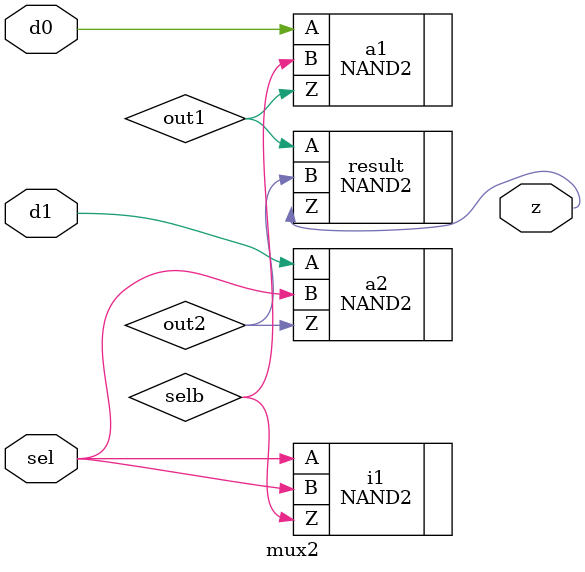
<source format=sv>
module mux2 (
    input logic d0,          // Data input 0
    input logic d1,          // Data input 1
    input logic sel,         // Select input
    output logic z           // Output
);

//my id : 211644406
// Put your code here
// ------------------
   logic 		out1, out2, selb;
	NAND2 #(
    .Tpdhl(1), .Tpdlh(1)
	) 	i1 (.Z(selb), .A(sel), .B(sel));
	
	NAND2 #(
    .Tpdhl(1), .Tpdlh(1)
	) 	a1 (.Z(out1), .A(d0), .B(selb));
	
	NAND2 #(
    .Tpdhl(1), .Tpdlh(1)
	) 	a2 (.Z(out2), .A(d1), .B(sel));
	
	NAND2 #(
    .Tpdhl(1), .Tpdlh(1)
	) result (.Z(z), .A(out1), .B(out2));


// End of your code

endmodule

</source>
